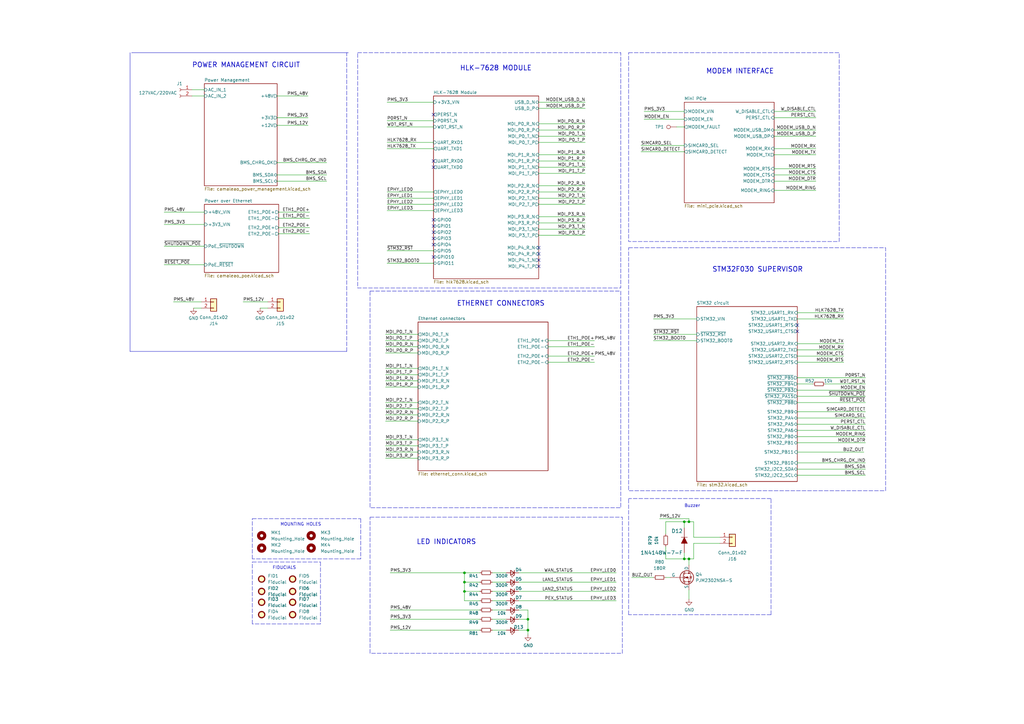
<source format=kicad_sch>
(kicad_sch (version 20230121) (generator eeschema)
  (paper "A3")
  (lib_symbols
    (symbol "Connector:Conn_01x02_Female" (pin_names (offset 1.016) hide)
      (property "Reference" "J" (at 0 2.54 0))
      (property "Value" "Conn_01x02_Female" (at 0 -5.08 0))
      (symbol "Conn_01x02_Female_1_1"
        (arc (start 0 -2.032) (mid -0.5058 -2.54) (end 0 -3.048) (stroke (width 0.1524)))
        (polyline (pts (xy -1.27 -2.54) (xy -0.508 -2.54)) (stroke (width 0.1524)))
        (polyline (pts (xy -1.27 0) (xy -0.508 0)) (stroke (width 0.1524)))
        (arc (start 0 0.508) (mid -0.5058 0) (end 0 -0.508) (stroke (width 0.1524)))
        (pin passive line (at -5.08 0 0) (length 3.81) (name "Pin_1") (number "1"))
        (pin passive line (at -5.08 -2.54 0) (length 3.81) (name "Pin_2") (number "2"))
      )
    )
    (symbol "Connector:TestPoint" (pin_numbers hide) (pin_names (offset 0.762) hide)
      (property "Reference" "TP" (at 0 6.858 0))
      (property "Value" "TestPoint" (at 0 5.08 0))
      (symbol "TestPoint_0_1"
        (circle (center 0 3.302) (radius 0.762))
      )
      (symbol "TestPoint_1_1"
        (pin passive line (at 0 0 90) (length 2.54) (name "1") (number "1"))
      )
    )
    (symbol "Connector_Generic:Conn_01x02" (pin_names (offset 1.016) hide)
      (property "Reference" "J" (at 0 2.54 0))
      (property "Value" "Conn_01x02" (at 0 -5.08 0))
      (symbol "Conn_01x02_1_1"
        (rectangle (start -1.27 -2.413) (end 0 -2.667) (stroke (width 0.1524)))
        (rectangle (start -1.27 0.127) (end 0 -0.127) (stroke (width 0.1524)))
        (rectangle (start -1.27 1.27) (end 1.27 -3.81) (stroke (width 0.254)) (fill (type background)))
        (pin passive line (at -5.08 0 0) (length 3.81) (name "Pin_1") (number "1"))
        (pin passive line (at -5.08 -2.54 0) (length 3.81) (name "Pin_2") (number "2"))
      )
    )
    (symbol "Device:LED_Small" (pin_numbers hide) (pin_names (offset 0.254) hide)
      (property "Reference" "D" (at -1.27 3.175 0))
      (property "Value" "LED_Small" (at -4.445 -2.54 0))
      (symbol "LED_Small_0_1"
        (polyline (pts (xy -0.762 -1.016) (xy -0.762 1.016)) (stroke (width 0.254)))
        (polyline (pts (xy 1.016 0) (xy -0.762 0)))
        (polyline (pts (xy 0.762 -1.016) (xy -0.762 0) (xy 0.762 1.016) (xy 0.762 -1.016)) (stroke (width 0.254)))
        (polyline (pts (xy 0 0.762) (xy -0.508 1.27) (xy -0.254 1.27) (xy -0.508 1.27) (xy -0.508 1.016)))
        (polyline (pts (xy 0.508 1.27) (xy 0 1.778) (xy 0.254 1.778) (xy 0 1.778) (xy 0 1.524)))
      )
      (symbol "LED_Small_1_1"
        (pin passive line (at -2.54 0 0) (length 1.778) (name "K") (number "1"))
        (pin passive line (at 2.54 0 180) (length 1.778) (name "A") (number "2"))
      )
    )
    (symbol "Device:R_Small" (pin_numbers hide) (pin_names (offset 0.254) hide)
      (property "Reference" "R" (at 0.762 0.508 0))
      (property "Value" "R_Small" (at 0.762 -1.016 0))
      (symbol "R_Small_0_1"
        (rectangle (start -0.762 1.778) (end 0.762 -1.778) (stroke (width 0.2032)))
      )
      (symbol "R_Small_1_1"
        (pin passive line (at 0 2.54 270) (length 0.762) (name "~") (number "1"))
        (pin passive line (at 0 -2.54 90) (length 0.762) (name "~") (number "2"))
      )
    )
    (symbol "GND_1" (power) (pin_names (offset 0))
      (property "Value" "GND_1" (at 0 -3.81 0))
      (symbol "GND_1_0_1"
        (polyline (pts (xy 0 0) (xy 0 -1.27) (xy 1.27 -1.27) (xy 0 -2.54) (xy -1.27 -1.27) (xy 0 -1.27)))
      )
      (symbol "GND_1_1_1"
        (pin power_in line (at 0 0 270) (length 0) hide (name "GND") (number "1"))
      )
    )
    (symbol "Mechanical:Fiducial"
      (property "Reference" "FID" (at 0 5.08 0))
      (property "Value" "Fiducial" (at 0 3.175 0))
      (symbol "Fiducial_0_1"
        (circle (center 0 0) (radius 1.27) (stroke (width 0.508)) (fill (type background)))
      )
    )
    (symbol "Simulation_SPICE:NMOS" (pin_numbers hide) (pin_names (offset 0))
      (property "Reference" "Q" (at 5.08 1.27 0))
      (property "Value" "NMOS" (at 5.08 -1.27 0))
      (symbol "NMOS_0_1"
        (polyline (pts (xy 0.254 0) (xy -2.54 0)))
        (polyline (pts (xy 0.254 1.905) (xy 0.254 -1.905)) (stroke (width 0.254)))
        (polyline (pts (xy 0.762 -1.27) (xy 0.762 -2.286)) (stroke (width 0.254)))
        (polyline (pts (xy 0.762 0.508) (xy 0.762 -0.508)) (stroke (width 0.254)))
        (polyline (pts (xy 0.762 2.286) (xy 0.762 1.27)) (stroke (width 0.254)))
        (polyline (pts (xy 2.54 2.54) (xy 2.54 1.778)))
        (polyline (pts (xy 2.54 -2.54) (xy 2.54 0) (xy 0.762 0)))
        (polyline (pts (xy 0.762 -1.778) (xy 3.302 -1.778) (xy 3.302 1.778) (xy 0.762 1.778)))
        (polyline (pts (xy 1.016 0) (xy 2.032 0.381) (xy 2.032 -0.381) (xy 1.016 0)) (fill (type outline)))
        (polyline (pts (xy 2.794 0.508) (xy 2.921 0.381) (xy 3.683 0.381) (xy 3.81 0.254)))
        (polyline (pts (xy 3.302 0.381) (xy 2.921 -0.254) (xy 3.683 -0.254) (xy 3.302 0.381)))
        (circle (center 1.651 0) (radius 2.794) (stroke (width 0.254)))
        (circle (center 2.54 -1.778) (radius 0.254) (fill (type outline)))
        (circle (center 2.54 1.778) (radius 0.254) (fill (type outline)))
      )
      (symbol "NMOS_1_1"
        (pin passive line (at 2.54 5.08 270) (length 2.54) (name "D") (number "1"))
        (pin input line (at -5.08 0 0) (length 2.54) (name "G") (number "2"))
        (pin passive line (at 2.54 -5.08 90) (length 2.54) (name "S") (number "3"))
      )
    )
    (symbol "device:R_Small" (pin_numbers hide) (pin_names (offset 0.254) hide)
      (property "Reference" "R" (at 0.762 0.508 0))
      (property "Value" "R_Small" (at 0.762 -1.016 0))
      (symbol "R_Small_0_1"
        (rectangle (start -0.762 1.778) (end 0.762 -1.778) (stroke (width 0.2032)))
      )
      (symbol "R_Small_1_1"
        (pin passive line (at 0 2.54 270) (length 0.762) (name "~") (number "1"))
        (pin passive line (at 0 -2.54 90) (length 0.762) (name "~") (number "2"))
      )
    )
    (symbol "dk_Diodes-Rectifiers-Single:1N4148W-7-F" (pin_numbers hide) (pin_names (offset 0) hide)
      (property "Reference" "D12" (at 3.81 -0.635 90))
      (property "Value" "1N4148W-7-F" (at -5.08 -0.635 90))
      (symbol "1N4148W-7-F_0_1"
        (polyline (pts (xy 1.27 1.27) (xy 1.27 -1.27)))
        (polyline (pts (xy -1.27 1.27) (xy -1.27 -1.27) (xy 1.27 0) (xy -1.27 1.27)) (fill (type outline)))
      )
      (symbol "1N4148W-7-F_1_1"
        (pin passive line (at 5.08 0 180) (length 3.81) (name "K") (number "1"))
        (pin passive line (at -5.08 0 0) (length 3.81) (name "A") (number "2"))
      )
    )
    (symbol "mechanical:Mounting_Hole" (pin_names (offset 1.016))
      (property "Reference" "MK" (at 0 5.08 0))
      (property "Value" "Mounting_Hole" (at 0 3.175 0))
      (symbol "Mounting_Hole_0_1"
        (circle (center 0 0) (radius 1.27) (stroke (width 1.27)))
      )
    )
    (symbol "power:GND" (power) (pin_names (offset 0))
      (property "Value" "GND" (at 0 -3.81 0))
      (symbol "GND_0_1"
        (polyline (pts (xy 0 0) (xy 0 -1.27) (xy 1.27 -1.27) (xy 0 -2.54) (xy -1.27 -1.27) (xy 0 -1.27)))
      )
      (symbol "GND_1_1"
        (pin power_in line (at 0 0 270) (length 0) hide (name "GND") (number "1"))
      )
    )
  )
  (junction (at 216.535 258.445))
  (junction (at 282.575 213.995) (diameter 0.9144))
  (junction (at 190.5 238.76))
  (junction (at 190.5 234.95))
  (junction (at 282.575 229.235) (diameter 0.9144))
  (junction (at 190.5 242.57))
  (junction (at 216.535 254))
  (junction (at 280.67 229.235) (diameter 0.9144))
  (junction (at 280.67 213.995) (diameter 0.9144))
  (no_connect (at 177.8 97.79))
  (no_connect (at 220.98 109.22))
  (no_connect (at 177.8 105.41))
  (no_connect (at 220.98 104.14))
  (no_connect (at 327.025 133.35))
  (no_connect (at 220.98 106.68))
  (no_connect (at 177.8 100.33))
  (no_connect (at 177.8 46.99))
  (no_connect (at 177.8 66.04))
  (no_connect (at 220.98 101.6))
  (no_connect (at 177.8 68.58))
  (no_connect (at 177.8 95.25))
  (no_connect (at 177.8 90.17))
  (no_connect (at 177.8 92.71))
  (no_connect (at 327.025 135.89))
  (wire (pts (xy 267.97 137.16) (xy 285.75 137.16)))
  (wire (pts (xy 354.965 154.94) (xy 327.025 154.94)))
  (wire (pts (xy 273.05 229.235) (xy 280.67 229.235)))
  (wire (pts (xy 79.375 126.365) (xy 82.55 126.365)))
  (wire (pts (xy 158.75 81.28) (xy 177.8 81.28)))
  (wire (pts (xy 220.98 44.45) (xy 240.03 44.45)))
  (wire (pts (xy 259.08 236.855) (xy 267.97 236.855)))
  (wire (pts (xy 277.495 52.07) (xy 280.67 52.07)))
  (polyline (pts (xy 316.23 252.095) (xy 316.23 204.47)) (stroke (width 0) (type dash)))
  (polyline (pts (xy 53.34 21.59) (xy 53.34 144.145)))
  (wire (pts (xy 67.31 86.995) (xy 83.82 86.995)))
  (wire (pts (xy 158.75 107.95) (xy 177.8 107.95)))
  (polyline (pts (xy 316.23 204.47) (xy 257.81 204.47)) (stroke (width 0) (type dash)))
  (wire (pts (xy 280.67 226.695) (xy 280.67 229.235)))
  (polyline (pts (xy 142.24 144.145) (xy 142.24 21.59)) (stroke (width 0) (type dash)))
  (wire (pts (xy 212.725 258.445) (xy 216.535 258.445)))
  (wire (pts (xy 282.575 241.935) (xy 282.575 245.745)))
  (wire (pts (xy 127 95.885) (xy 114.3 95.885)))
  (wire (pts (xy 212.725 246.38) (xy 252.73 246.38)))
  (wire (pts (xy 158.115 158.75) (xy 171.45 158.75)))
  (wire (pts (xy 158.75 49.53) (xy 177.8 49.53)))
  (wire (pts (xy 71.12 123.825) (xy 82.55 123.825)))
  (polyline (pts (xy 103.505 212.725) (xy 147.955 212.725)) (stroke (width 0) (type dash)))
  (wire (pts (xy 282.575 229.235) (xy 282.575 231.775)))
  (wire (pts (xy 127 89.535) (xy 114.3 89.535)))
  (wire (pts (xy 212.725 238.76) (xy 252.73 238.76)))
  (wire (pts (xy 264.16 45.72) (xy 280.67 45.72)))
  (wire (pts (xy 114.3 93.345) (xy 127 93.345)))
  (wire (pts (xy 158.75 86.36) (xy 177.8 86.36)))
  (wire (pts (xy 264.16 48.895) (xy 280.67 48.895)))
  (wire (pts (xy 158.75 78.74) (xy 177.8 78.74)))
  (wire (pts (xy 224.79 139.7) (xy 243.84 139.7)))
  (wire (pts (xy 220.98 91.44) (xy 240.03 91.44)))
  (polyline (pts (xy 147.955 212.725) (xy 147.955 229.235)) (stroke (width 0) (type dash)))
  (wire (pts (xy 317.5 74.295) (xy 334.645 74.295)))
  (wire (pts (xy 201.93 242.57) (xy 207.645 242.57)))
  (wire (pts (xy 220.98 68.58) (xy 240.03 68.58)))
  (polyline (pts (xy 131.445 230.505) (xy 131.445 255.905)) (stroke (width 0) (type dash)))
  (wire (pts (xy 317.5 45.72) (xy 334.645 45.72)))
  (wire (pts (xy 160.02 250.19) (xy 196.85 250.19)))
  (wire (pts (xy 201.93 246.38) (xy 207.645 246.38)))
  (wire (pts (xy 280.67 213.995) (xy 282.575 213.995)))
  (wire (pts (xy 327.025 148.59) (xy 346.075 148.59)))
  (wire (pts (xy 338.455 157.48) (xy 354.965 157.48)))
  (wire (pts (xy 196.85 246.38) (xy 190.5 246.38)))
  (wire (pts (xy 327.025 146.05) (xy 346.075 146.05)))
  (polyline (pts (xy 147.955 229.235) (xy 103.505 229.235)) (stroke (width 0) (type dash)))
  (wire (pts (xy 220.98 83.82) (xy 240.03 83.82)))
  (wire (pts (xy 317.5 71.755) (xy 334.645 71.755)))
  (wire (pts (xy 158.115 144.78) (xy 171.45 144.78)))
  (wire (pts (xy 158.115 165.1) (xy 171.45 165.1)))
  (wire (pts (xy 160.02 234.95) (xy 190.5 234.95)))
  (wire (pts (xy 273.05 224.155) (xy 273.05 229.235)))
  (wire (pts (xy 113.665 66.675) (xy 133.985 66.675)))
  (wire (pts (xy 113.665 74.295) (xy 133.985 74.295)))
  (wire (pts (xy 158.115 182.88) (xy 171.45 182.88)))
  (wire (pts (xy 212.725 254) (xy 216.535 254)))
  (wire (pts (xy 327.025 143.51) (xy 346.075 143.51)))
  (wire (pts (xy 158.75 83.82) (xy 177.8 83.82)))
  (wire (pts (xy 126.365 51.435) (xy 113.665 51.435)))
  (wire (pts (xy 220.98 81.28) (xy 240.03 81.28)))
  (wire (pts (xy 196.85 242.57) (xy 190.5 242.57)))
  (wire (pts (xy 158.115 167.64) (xy 171.45 167.64)))
  (wire (pts (xy 106.68 126.365) (xy 109.855 126.365)))
  (wire (pts (xy 190.5 238.76) (xy 190.5 242.57)))
  (wire (pts (xy 78.74 39.37) (xy 83.82 39.37)))
  (wire (pts (xy 201.93 234.95) (xy 207.645 234.95)))
  (wire (pts (xy 133.985 71.755) (xy 113.665 71.755)))
  (wire (pts (xy 158.75 102.87) (xy 177.8 102.87)))
  (wire (pts (xy 282.575 212.725) (xy 282.575 213.995)))
  (wire (pts (xy 158.115 151.13) (xy 171.45 151.13)))
  (wire (pts (xy 212.725 234.95) (xy 252.73 234.95)))
  (wire (pts (xy 273.05 236.855) (xy 274.955 236.855)))
  (wire (pts (xy 317.5 69.215) (xy 334.645 69.215)))
  (wire (pts (xy 280.67 229.235) (xy 282.575 229.235)))
  (wire (pts (xy 220.98 96.52) (xy 240.03 96.52)))
  (wire (pts (xy 201.93 258.445) (xy 207.645 258.445)))
  (wire (pts (xy 113.665 39.37) (xy 126.365 39.37)))
  (wire (pts (xy 327.025 179.07) (xy 354.965 179.07)))
  (wire (pts (xy 317.5 78.105) (xy 334.645 78.105)))
  (wire (pts (xy 220.98 71.12) (xy 240.03 71.12)))
  (wire (pts (xy 327.025 140.97) (xy 346.075 140.97)))
  (wire (pts (xy 220.98 66.04) (xy 240.03 66.04)))
  (wire (pts (xy 220.98 50.8) (xy 240.03 50.8)))
  (wire (pts (xy 67.31 92.075) (xy 83.82 92.075)))
  (wire (pts (xy 114.3 86.995) (xy 127 86.995)))
  (wire (pts (xy 212.725 250.19) (xy 216.535 250.19)))
  (polyline (pts (xy 53.34 144.145) (xy 142.24 144.145)))
  (wire (pts (xy 158.75 60.96) (xy 177.8 60.96)))
  (wire (pts (xy 216.535 254) (xy 216.535 250.19)))
  (wire (pts (xy 220.98 63.5) (xy 240.03 63.5)))
  (wire (pts (xy 327.025 194.945) (xy 354.965 194.945)))
  (wire (pts (xy 158.115 142.24) (xy 171.45 142.24)))
  (wire (pts (xy 273.05 219.075) (xy 273.05 213.995)))
  (wire (pts (xy 327.025 160.02) (xy 354.965 160.02)))
  (polyline (pts (xy 142.875 21.59) (xy 53.975 21.59)))
  (wire (pts (xy 327.025 181.61) (xy 354.965 181.61)))
  (wire (pts (xy 327.025 162.56) (xy 354.965 162.56)))
  (wire (pts (xy 220.98 53.34) (xy 240.03 53.34)))
  (wire (pts (xy 158.115 156.21) (xy 171.45 156.21)))
  (polyline (pts (xy 131.445 255.905) (xy 103.505 255.905)) (stroke (width 0) (type dash)))
  (wire (pts (xy 224.79 148.59) (xy 243.84 148.59)))
  (wire (pts (xy 220.98 55.88) (xy 240.03 55.88)))
  (wire (pts (xy 317.5 48.26) (xy 334.645 48.26)))
  (wire (pts (xy 216.535 254) (xy 216.535 258.445)))
  (wire (pts (xy 158.115 137.16) (xy 171.45 137.16)))
  (wire (pts (xy 270.51 212.725) (xy 282.575 212.725)))
  (wire (pts (xy 190.5 238.76) (xy 196.85 238.76)))
  (wire (pts (xy 327.025 128.27) (xy 346.075 128.27)))
  (wire (pts (xy 284.48 222.885) (xy 284.48 229.235)))
  (wire (pts (xy 327.025 192.405) (xy 354.965 192.405)))
  (wire (pts (xy 327.025 185.42) (xy 354.33 185.42)))
  (wire (pts (xy 327.025 171.45) (xy 354.965 171.45)))
  (wire (pts (xy 224.79 146.05) (xy 243.84 146.05)))
  (wire (pts (xy 190.5 242.57) (xy 190.5 246.38)))
  (wire (pts (xy 334.645 53.34) (xy 317.5 53.34)))
  (wire (pts (xy 267.97 130.81) (xy 285.75 130.81)))
  (wire (pts (xy 220.98 78.74) (xy 240.03 78.74)))
  (wire (pts (xy 220.98 76.2) (xy 240.03 76.2)))
  (wire (pts (xy 158.75 58.42) (xy 177.8 58.42)))
  (wire (pts (xy 327.025 189.865) (xy 354.965 189.865)))
  (wire (pts (xy 158.115 185.42) (xy 171.45 185.42)))
  (wire (pts (xy 196.85 258.445) (xy 160.02 258.445)))
  (wire (pts (xy 99.695 123.825) (xy 109.855 123.825)))
  (wire (pts (xy 284.48 220.345) (xy 295.275 220.345)))
  (wire (pts (xy 327.025 157.48) (xy 333.375 157.48)))
  (wire (pts (xy 267.97 139.7) (xy 285.75 139.7)))
  (wire (pts (xy 317.5 63.5) (xy 334.645 63.5)))
  (wire (pts (xy 78.74 36.83) (xy 83.82 36.83)))
  (wire (pts (xy 201.93 250.19) (xy 207.645 250.19)))
  (wire (pts (xy 160.02 254) (xy 196.85 254)))
  (wire (pts (xy 327.025 130.81) (xy 346.075 130.81)))
  (wire (pts (xy 220.98 58.42) (xy 240.03 58.42)))
  (wire (pts (xy 220.98 88.9) (xy 240.03 88.9)))
  (polyline (pts (xy 257.81 252.095) (xy 257.81 204.47)) (stroke (width 0) (type dash)))
  (wire (pts (xy 327.025 173.99) (xy 354.965 173.99)))
  (wire (pts (xy 220.98 41.91) (xy 240.03 41.91)))
  (wire (pts (xy 317.5 60.96) (xy 334.645 60.96)))
  (wire (pts (xy 158.115 170.18) (xy 171.45 170.18)))
  (polyline (pts (xy 103.505 230.505) (xy 131.445 230.505)) (stroke (width 0) (type dash)))
  (wire (pts (xy 158.115 139.7) (xy 171.45 139.7)))
  (wire (pts (xy 177.8 41.91) (xy 158.75 41.91)))
  (wire (pts (xy 220.98 93.98) (xy 240.03 93.98)))
  (wire (pts (xy 327.025 176.53) (xy 354.965 176.53)))
  (wire (pts (xy 282.575 229.235) (xy 284.48 229.235)))
  (wire (pts (xy 190.5 234.95) (xy 196.85 234.95)))
  (polyline (pts (xy 103.505 229.235) (xy 103.505 212.725)) (stroke (width 0) (type dash)))
  (wire (pts (xy 280.67 213.995) (xy 280.67 216.535)))
  (wire (pts (xy 158.115 180.34) (xy 171.45 180.34)))
  (wire (pts (xy 113.665 48.26) (xy 126.365 48.26)))
  (wire (pts (xy 262.89 62.23) (xy 280.67 62.23)))
  (wire (pts (xy 284.48 222.885) (xy 295.275 222.885)))
  (polyline (pts (xy 316.23 252.095) (xy 257.81 252.095)) (stroke (width 0) (type dash)))
  (wire (pts (xy 212.725 242.57) (xy 252.73 242.57)))
  (wire (pts (xy 334.645 55.88) (xy 317.5 55.88)))
  (wire (pts (xy 262.89 59.69) (xy 280.67 59.69)))
  (wire (pts (xy 190.5 234.95) (xy 190.5 238.76)))
  (wire (pts (xy 67.31 108.585) (xy 83.82 108.585)))
  (wire (pts (xy 327.025 168.91) (xy 354.965 168.91)))
  (wire (pts (xy 201.93 238.76) (xy 207.645 238.76)))
  (wire (pts (xy 158.75 52.07) (xy 177.8 52.07)))
  (wire (pts (xy 284.48 213.995) (xy 284.48 220.345)))
  (wire (pts (xy 201.93 254) (xy 207.645 254)))
  (wire (pts (xy 158.115 172.72) (xy 171.45 172.72)))
  (wire (pts (xy 273.05 213.995) (xy 280.67 213.995)))
  (wire (pts (xy 282.575 213.995) (xy 284.48 213.995)))
  (wire (pts (xy 67.31 100.965) (xy 83.82 100.965)))
  (polyline (pts (xy 103.505 255.905) (xy 103.505 230.505)) (stroke (width 0) (type dash)))
  (wire (pts (xy 216.535 258.445) (xy 216.535 260.35)))
  (wire (pts (xy 327.025 165.1) (xy 354.965 165.1)))
  (wire (pts (xy 158.115 187.96) (xy 171.45 187.96)))
  (wire (pts (xy 158.115 153.67) (xy 171.45 153.67)))
  (wire (pts (xy 224.79 142.24) (xy 243.84 142.24)))
  (rectangle (start 257.81 101.6) (end 363.22 201.295) (stroke (width 0) (type dash)))
  (rectangle (start 151.765 119.38) (end 254.635 208.28) (stroke (width 0) (type dash)))
  (rectangle (start 257.81 21.59) (end 344.17 99.06) (stroke (width 0) (type dash)))
  (rectangle (start 146.685 21.59) (end 254.635 118.11) (stroke (width 0) (type dash)))
  (rectangle (start 151.765 212.09) (end 255.27 267.97) (stroke (width 0) (type dash)))
  (text "FIDUCIALS\n" (at 111.76 233.68 0) (effects (font (size 1.27 1.27)) (justify left bottom)))
  (text "MOUNTING HOLES\n" (at 114.935 215.9 0) (effects (font (size 1.27 1.27)) (justify left bottom)))
  (text "LED INDICATORS" (at 170.815 223.52 0) (effects (font (size 2 2) (thickness 0.254) bold) (justify left bottom)))
  (text "ETHERNET CONNECTORS" (at 187.325 125.73 0) (effects (font (size 2 2) (thickness 0.254) bold) (justify left bottom)))
  (text "MODEM INTERFACE" (at 289.56 30.48 0) (effects (font (size 2 2) (thickness 0.254) bold) (justify left bottom)))
  (text "Buzzer" (at 280.67 208.28 0) (effects (font (size 1.27 1.27)) (justify left bottom)))
  (text "POWER MANAGEMENT CIRCUIT" (at 78.74 27.94 0) (effects (font (size 2 2) (thickness 0.254) bold) (justify left bottom)))
  (text "HLK-7628 MODULE" (at 188.595 29.21 0) (effects (font (size 2 2) (thickness 0.254) bold) (justify left bottom)))
  (text "STM32F030 SUPERVISOR" (at 292.1 111.76 0) (effects (font (size 2 2) (thickness 0.254) bold) (justify left bottom)))
  (label "PMS_48V" (at 243.84 139.7 0))
  (label "MDI_P1_R_P" (at 158.115 158.75 0))
  (label "MDI_P0_R_P" (at 240.03 53.34 180))
  (label "MODEM_TX" (at 346.075 140.97 180))
  (label "MODEM_USB_D_N" (at 240.03 41.91 180))
  (label "MDI_P3_T_P" (at 240.03 96.52 180))
  (label "PEX_STATUS" (at 234.95 246.38 180))
  (label "MDI_P3_T_N" (at 240.03 93.98 180))
  (label "MDI_P3_T_N" (at 158.115 180.34 0))
  (label "HLK7628_RX" (at 158.75 58.42 0))
  (label "EPHY_LED2" (at 158.75 83.82 0))
  (label "MDI_P1_R_N" (at 240.03 63.5 180))
  (label "PMS_48V" (at 160.02 250.19 0))
  (label "P0RST_N" (at 158.75 49.53 0))
  (label "MODEM_CTS" (at 334.645 71.755 180))
  (label "WDT_RST_N" (at 354.965 157.48 180))
  (label "~{SHUTDOWN_POE}" (at 67.31 100.965 0))
  (label "MDI_P1_T_N" (at 240.03 68.58 180))
  (label "MDI_P0_T_N" (at 240.03 55.88 180))
  (label "MDI_P3_T_P" (at 158.115 182.88 0))
  (label "BMS_SCL" (at 354.965 194.945 180))
  (label "PERST_CTL" (at 334.645 48.26 180))
  (label "MDI_P0_T_P" (at 158.115 139.7 0))
  (label "EPHY_LED1" (at 158.75 81.28 0))
  (label "MDI_P2_T_N" (at 158.115 165.1 0))
  (label "ETH2_POE-" (at 243.84 148.59 180))
  (label "MDI_P1_R_N" (at 158.115 156.21 0))
  (label "MODEM_EN" (at 264.16 48.895 0))
  (label "ETH1_POE+" (at 127 86.995 180))
  (label "PERST_CTL" (at 354.965 173.99 180))
  (label "MODEM_RING" (at 334.645 78.105 180))
  (label "ETH1_POE-" (at 243.84 142.24 180))
  (label "PMS_48V" (at 126.365 39.37 180))
  (label "BMS_CHRG_OK_IND" (at 133.985 66.675 180))
  (label "MODEM_EN" (at 354.965 160.02 180))
  (label "PMS_3V3" (at 67.31 92.075 0))
  (label "PMS_3V3" (at 126.365 48.26 180))
  (label "MDI_P1_R_P" (at 240.03 66.04 180))
  (label "MDI_P2_T_P" (at 240.03 83.82 180))
  (label "PMS_12V" (at 270.51 212.725 0))
  (label "~{RESET_POE}" (at 354.965 165.1 180))
  (label "~{STM32_RST}" (at 267.97 137.16 0))
  (label "W_DISABLE_CTL" (at 334.645 45.72 180))
  (label "ETH1_POE-" (at 127 89.535 180))
  (label "LAN2_STATUS" (at 234.95 242.57 180))
  (label "MODEM_RX" (at 346.075 143.51 180))
  (label "MDI_P1_T_P" (at 240.03 71.12 180))
  (label "BMS_SDA" (at 133.985 71.755 180))
  (label "STM32_BOOT0" (at 158.75 107.95 0))
  (label "~{RESET_POE}" (at 67.31 108.585 0))
  (label "SIMCARD_SEL" (at 262.89 59.69 0))
  (label "MODEM_RX" (at 334.645 60.96 180))
  (label "EPHY_LED0" (at 158.75 78.74 0))
  (label "MODEM_USB_D_N" (at 334.645 53.34 180))
  (label "MDI_P2_R_P" (at 158.115 172.72 0))
  (label "MDI_P2_R_P" (at 240.03 78.74 180))
  (label "MDI_P3_R_N" (at 158.115 185.42 0))
  (label "MDI_P2_R_N" (at 240.03 76.2 180))
  (label "EPHY_LED3" (at 158.75 86.36 0))
  (label "~{STM32_RST}" (at 158.75 102.87 0))
  (label "PMS_12V" (at 160.02 258.445 0))
  (label "ETH2_POE+" (at 243.84 146.05 180))
  (label "PMS_3V3" (at 267.97 130.81 0))
  (label "W_DISABLE_CTL" (at 354.965 176.53 180))
  (label "ETH1_POE+" (at 243.84 139.7 180))
  (label "MDI_P3_R_N" (at 240.03 88.9 180))
  (label "MODEM_USB_D_P" (at 334.645 55.88 180))
  (label "PMS_12V" (at 126.365 51.435 180))
  (label "EPHY_LED0" (at 252.73 234.95 180))
  (label "PMS_3V3" (at 158.75 41.91 0))
  (label "BMS_SDA" (at 354.965 192.405 180))
  (label "PMS_3V3" (at 160.02 234.95 0))
  (label "MODEM_RING" (at 354.965 179.07 180))
  (label "MODEM_USB_D_P" (at 240.03 44.45 180))
  (label "WDT_RST_N" (at 158.75 52.07 0))
  (label "MDI_P2_T_N" (at 240.03 81.28 180))
  (label "MDI_P2_T_P" (at 158.115 167.64 0))
  (label "EPHY_LED3" (at 252.73 246.38 180))
  (label "MDI_P1_T_P" (at 158.115 153.67 0))
  (label "LAN1_STATUS" (at 234.95 238.76 180))
  (label "MDI_P2_R_N" (at 158.115 170.18 0))
  (label "PMS_48V" (at 71.12 123.825 0))
  (label "MODEM_DTR" (at 334.645 74.295 180))
  (label "MDI_P0_T_N" (at 158.115 137.16 0))
  (label "MDI_P0_R_N" (at 158.115 142.24 0))
  (label "MDI_P0_R_P" (at 158.115 144.78 0))
  (label "EPHY_LED2" (at 252.73 242.57 180))
  (label "SIMCARD_SEL" (at 354.965 171.45 180))
  (label "BUZ_OUT" (at 354.33 185.42 180))
  (label "~{SHUTDOWN_POE}" (at 354.965 162.56 180))
  (label "MODEM_TX" (at 334.645 63.5 180))
  (label "ETH2_POE-" (at 127 95.885 180))
  (label "MODEM_RTS" (at 346.075 148.59 180))
  (label "MDI_P3_R_P" (at 240.03 91.44 180))
  (label "MDI_P0_R_N" (at 240.03 50.8 180))
  (label "MODEM_DTR" (at 354.965 181.61 180))
  (label "WAN_STATUS" (at 234.95 234.95 180))
  (label "HLK7628_TX" (at 158.75 60.96 0))
  (label "HLK7628_TX" (at 346.075 128.27 180))
  (label "SIMCARD_DETECT" (at 262.89 62.23 0))
  (label "P0RST_N" (at 354.965 154.94 180))
  (label "MDI_P0_T_P" (at 240.03 58.42 180))
  (label "EPHY_LED1" (at 252.73 238.76 180))
  (label "PMS_48V" (at 67.31 86.995 0))
  (label "PMS_12V" (at 99.695 123.825 0))
  (label "HLK7628_RX" (at 346.075 130.81 180))
  (label "BUZ_OUT" (at 259.08 236.855 0))
  (label "MDI_P3_R_P" (at 158.115 187.96 0))
  (label "BMS_SCL" (at 133.985 74.295 180))
  (label "PMS_3V3" (at 264.16 45.72 0))
  (label "STM32_BOOT0" (at 267.97 139.7 0))
  (label "PMS_48V" (at 243.84 146.05 0))
  (label "MDI_P1_T_N" (at 158.115 151.13 0))
  (label "BMS_CHRG_OK_IND" (at 354.965 189.865 180))
  (label "ETH2_POE+" (at 127 93.345 180))
  (label "MODEM_RTS" (at 334.645 69.215 180))
  (label "PMS_3V3" (at 160.02 254 0))
  (label "MODEM_CTS" (at 346.075 146.05 180))
  (label "SIMCARD_DETECT" (at 354.965 168.91 180))
  (symbol (lib_id "Connector_Generic:Conn_01x02") (at 300.355 220.345 0) (unit 1)
    (property "Reference" "J16" (at 300.355 229.235 0))
    (property "Value" "Conn_01x02" (at 300.355 226.695 0))
    (property "Footprint" "Connector:KF235-5.0-2P" (effects hide))
  )
  (symbol (lib_id "Connector_Generic:Conn_01x02") (at 87.63 123.825 0) (unit 1)
    (property "Reference" "J14" (at 87.63 132.715 0))
    (property "Value" "Conn_01x02" (at 87.63 130.175 0))
    (property "Footprint" "Connector:MX15EDGR-3.81-GN01-02P" (effects hide))
    (property "LCSC Part" "C5188157" (effects hide))
  )
  (symbol (lib_id "Mechanical:Fiducial") (at 120.015 247.015 0) (unit 1)
    (property "Reference" "FID7" (at 122.555 245.7449 0) (effects (justify left)))
    (property "Value" "Fiducial" (at 122.555 248.2849 0) (effects (justify left)))
    (property "Footprint" "Fiducial:Fiducial_1mm_Mask2mm" (effects hide))
  )
  (symbol (lib_id "Device:LED_Small") (at 210.185 258.445 180) (unit 1)
    (property "Reference" "D13" (at 212.725 257.175 0))
    (property "Value" "LED_Small" (effects hide))
    (property "Footprint" "LED_SMD:LED_0805_2012Metric" (effects hide))
  )
  (symbol (lib_id "Device:LED_Small") (at 210.185 238.76 180) (unit 1)
    (property "Reference" "D5" (at 212.725 237.49 0))
    (property "Value" "LED_Small" (effects hide))
    (property "Footprint" "LED_SMD:LED_0805_2012Metric" (effects hide))
  )
  (symbol (lib_id "Device:LED_Small") (at 210.185 242.57 180) (unit 1)
    (property "Reference" "D6" (at 212.725 241.3 0))
    (property "Value" "LED_Small" (effects hide))
    (property "Footprint" "LED_SMD:LED_0805_2012Metric" (effects hide))
  )
  (symbol (lib_id "mechanical:Mounting_Hole") (at 127.635 224.79 0) (unit 1)
    (property "Reference" "MK4" (at 131.445 223.5199 0) (effects (justify left)))
    (property "Value" "Mounting_Hole" (at 131.445 226.0599 0) (effects (justify left)))
    (property "Footprint" "MountingHole:MountingHole_4.3mm_M4" (effects hide))
  )
  (symbol (lib_id "Connector:Conn_01x02_Female") (at 73.66 36.83 0) (mirror y) (unit 1)
    (property "Reference" "J1" (at 73.66 34.29 0))
    (property "Value" "127VAC/220VAC" (at 64.77 38.1 0))
    (property "Footprint" "Gabriel:WJ2EDGRC-5.08-2P" (effects hide))
    (property "Datasheet" "https://datasheet.lcsc.com/lcsc/1912251631_Ningbo-Kangnex-Elec-WJ2EDGRC-5-08-2P_C3697.pdf" (effects hide))
    (property "LCSC Part" "C3697" (effects hide))
  )
  (symbol (lib_id "Simulation_SPICE:NMOS") (at 280.035 236.855 0) (unit 1)
    (property "Reference" "Q4" (at 285.242 235.6429 0) (effects (justify left)))
    (property "Value" "PJM2302NSA-S" (at 285.242 238.0671 0) (effects (justify left)))
    (property "Footprint" "Package_TO_SOT_SMD:SOT-23" (effects hide))
    (property "Datasheet" "https://ngspice.sourceforge.io/docs/ngspice-manual.pdf" (effects hide))
    (property "Sim.Device" "NMOS" (effects hide))
    (property "Sim.Type" "VDMOS" (effects hide))
    (property "Sim.Pins" "1=D 2=G 3=S" (effects hide))
    (property "LCSC Part" "C411710" (effects hide))
  )
  (symbol (lib_id "Device:LED_Small") (at 210.185 250.19 180) (unit 1)
    (property "Reference" "D8" (at 212.725 248.92 0))
    (property "Value" "LED_Small" (effects hide))
    (property "Footprint" "LED_SMD:LED_0805_2012Metric" (effects hide))
  )
  (symbol (lib_name "GND_1") (lib_id "power:GND") (at 106.68 126.365 0) (mirror y) (unit 1)
    (property "Reference" "#PWR076" (effects hide))
    (property "Value" "GND" (at 106.68 130.4981 0))
  )
  (symbol (lib_id "Mechanical:Fiducial") (at 107.315 237.49 0) (unit 1)
    (property "Reference" "FID1" (at 109.855 236.2199 0) (effects (justify left)))
    (property "Value" "Fiducial" (at 109.855 238.7599 0) (effects (justify left)))
    (property "Footprint" "Fiducial:Fiducial_1mm_Mask2mm" (effects hide))
  )
  (symbol (lib_id "device:R_Small") (at 270.51 236.855 90) (unit 1)
    (property "Reference" "R80" (at 270.51 230.505 90))
    (property "Value" "180R" (at 270.51 233.045 90))
    (property "Footprint" "Resistor_SMD:R_0402_1005Metric" (effects hide))
  )
  (symbol (lib_id "Device:R_Small") (at 199.39 234.95 90) (unit 1)
    (property "Reference" "R41" (at 194.31 236.22 90))
    (property "Value" "300R" (at 205.74 236.22 90))
    (property "Footprint" "Resistor_SMD:R_0402_1005Metric" (effects hide))
  )
  (symbol (lib_id "Mechanical:Fiducial") (at 120.015 237.49 0) (unit 1)
    (property "Reference" "FID5" (at 122.555 236.2199 0) (effects (justify left)))
    (property "Value" "Fiducial" (at 122.555 238.7599 0) (effects (justify left)))
    (property "Footprint" "Fiducial:Fiducial_1mm_Mask2mm" (effects hide))
  )
  (symbol (lib_name "GND_1") (lib_id "power:GND") (at 79.375 126.365 0) (mirror y) (unit 1)
    (property "Reference" "#PWR075" (effects hide))
    (property "Value" "GND" (at 79.375 130.4981 0))
  )
  (symbol (lib_id "Device:R_Small") (at 199.39 246.38 90) (unit 1)
    (property "Reference" "R45" (at 194.31 247.65 90))
    (property "Value" "300R" (at 205.74 247.65 90))
    (property "Footprint" "Resistor_SMD:R_0402_1005Metric" (effects hide))
  )
  (symbol (lib_id "Mechanical:Fiducial") (at 107.315 252.095 0) (unit 1)
    (property "Reference" "FID4" (at 109.855 250.8249 0) (effects (justify left)))
    (property "Value" "Fiducial" (at 109.855 253.3649 0) (effects (justify left)))
    (property "Footprint" "Fiducial:Fiducial_1mm_Mask2mm" (effects hide))
  )
  (symbol (lib_id "Device:LED_Small") (at 210.185 234.95 180) (unit 1)
    (property "Reference" "D4" (at 212.725 233.68 0))
    (property "Value" "LED_Small" (effects hide))
    (property "Footprint" "LED_SMD:LED_0805_2012Metric" (effects hide))
  )
  (symbol (lib_id "Device:R_Small") (at 199.39 254 90) (unit 1)
    (property "Reference" "R49" (at 194.31 255.27 90))
    (property "Value" "300R" (at 205.74 255.27 90))
    (property "Footprint" "Resistor_SMD:R_0402_1005Metric" (effects hide))
  )
  (symbol (lib_id "mechanical:Mounting_Hole") (at 127.635 219.71 0) (unit 1)
    (property "Reference" "MK3" (at 131.445 218.4399 0) (effects (justify left)))
    (property "Value" "Mounting_Hole" (at 131.445 220.9799 0) (effects (justify left)))
    (property "Footprint" "MountingHole:MountingHole_4.3mm_M4" (effects hide))
  )
  (symbol (lib_id "Device:R_Small") (at 199.39 250.19 90) (unit 1)
    (property "Reference" "R48" (at 194.31 251.46 90))
    (property "Value" "10k" (at 205.74 251.46 90))
    (property "Footprint" "Resistor_SMD:R_0402_1005Metric" (effects hide))
  )
  (symbol (lib_id "Device:R_Small") (at 199.39 238.76 90) (unit 1)
    (property "Reference" "R42" (at 194.31 240.03 90))
    (property "Value" "300R" (at 205.74 240.03 90))
    (property "Footprint" "Resistor_SMD:R_0402_1005Metric" (effects hide))
  )
  (symbol (lib_id "Device:LED_Small") (at 210.185 246.38 180) (unit 1)
    (property "Reference" "D7" (at 212.725 245.11 0))
    (property "Value" "LED_Small" (effects hide))
    (property "Footprint" "LED_SMD:LED_0805_2012Metric" (effects hide))
  )
  (symbol (lib_id "dk_Diodes-Rectifiers-Single:1N4148W-7-F") (at 280.67 221.615 270) (mirror x) (unit 1)
    (property "Reference" "D12" (at 280.035 217.805 90) (effects (font (size 1.524 1.524)) (justify right)))
    (property "Value" "1N4148W-7-F" (at 280.035 226.695 90) (effects (font (size 1.524 1.524)) (justify right)))
    (property "Footprint" "Diode_SMD:D_SOD-123" (effects hide))
    (property "Datasheet" "https://www.diodes.com/assets/Datasheets/ds30086.pdf" (effects hide))
    (property "Digi-Key_PN" "1N4148W-FDICT-ND" (effects hide))
    (property "Mfr. Part #" "1N4148W-7-F" (effects hide))
    (property "Category" "Discrete Semiconductor Products" (effects hide))
    (property "Family" "Diodes - Rectifiers - Single" (effects hide))
    (property "DK_Datasheet_Link" "https://www.diodes.com/assets/Datasheets/ds30086.pdf" (effects hide))
    (property "DK_Detail_Page" "/product-detail/en/diodes-incorporated/1N4148W-7-F/1N4148W-FDICT-ND/815280" (effects hide))
    (property "Description" "DIODE GEN PURP 100V 300MA SOD123" (effects hide))
    (property "Manufacturer" "Diodes Incorporated" (effects hide))
    (property "Status" "Active" (effects hide))
  )
  (symbol (lib_id "Device:R_Small") (at 199.39 242.57 90) (unit 1)
    (property "Reference" "R44" (at 194.31 243.84 90))
    (property "Value" "300R" (at 205.74 243.84 90))
    (property "Footprint" "Resistor_SMD:R_0402_1005Metric" (effects hide))
  )
  (symbol (lib_id "Mechanical:Fiducial") (at 120.015 252.095 0) (unit 1)
    (property "Reference" "FID8" (at 122.555 250.8249 0) (effects (justify left)))
    (property "Value" "Fiducial" (at 122.555 253.3649 0) (effects (justify left)))
    (property "Footprint" "Fiducial:Fiducial_1mm_Mask2mm" (effects hide))
  )
  (symbol (lib_id "power:GND") (at 216.535 260.35 0) (unit 1)
    (property "Reference" "#PWR055" (effects hide))
    (property "Value" "GND" (at 216.662 264.7442 0))
  )
  (symbol (lib_id "device:R_Small") (at 273.05 221.615 180) (unit 1)
    (property "Reference" "R79" (at 266.7 221.615 90))
    (property "Value" "10k" (at 269.24 221.615 90))
    (property "Footprint" "Resistor_SMD:R_0402_1005Metric" (effects hide))
  )
  (symbol (lib_id "mechanical:Mounting_Hole") (at 107.315 224.79 0) (unit 1)
    (property "Reference" "MK2" (at 111.125 223.5199 0) (effects (justify left)))
    (property "Value" "Mounting_Hole" (at 111.125 226.0599 0) (effects (justify left)))
    (property "Footprint" "MountingHole:MountingHole_4.3mm_M4" (effects hide))
  )
  (symbol (lib_id "Mechanical:Fiducial") (at 107.315 247.015 0) (unit 1)
    (property "Reference" "FID3" (at 109.855 245.7449 0) (effects (justify left)))
    (property "Value" "Fiducial" (at 109.855 248.2849 0) (effects (justify left)))
    (property "Footprint" "Fiducial:Fiducial_1mm_Mask2mm" (effects hide))
  )
  (symbol (lib_id "Mechanical:Fiducial") (at 120.015 242.57 0) (unit 1)
    (property "Reference" "FID6" (at 122.555 241.2999 0) (effects (justify left)))
    (property "Value" "Fiducial" (at 122.555 243.8399 0) (effects (justify left)))
    (property "Footprint" "Fiducial:Fiducial_1mm_Mask2mm" (effects hide))
  )
  (symbol (lib_id "Connector:TestPoint") (at 277.495 52.07 90) (unit 1)
    (property "Reference" "TP1" (at 268.6686 52.07 90) (effects (justify right)))
    (property "Value" "TestPoint" (effects hide))
    (property "Footprint" "TestPoint:TestPoint_Pad_D1.0mm" (effects hide))
  )
  (symbol (lib_id "Mechanical:Fiducial") (at 107.315 242.57 0) (unit 1)
    (property "Reference" "FID2" (at 109.855 241.2999 0) (effects (justify left)))
    (property "Value" "Fiducial" (at 109.855 243.8399 0) (effects (justify left)))
    (property "Footprint" "Fiducial:Fiducial_1mm_Mask2mm" (effects hide))
  )
  (symbol (lib_id "Device:LED_Small") (at 210.185 254 180) (unit 1)
    (property "Reference" "D9" (at 212.725 252.73 0))
    (property "Value" "LED_Small" (effects hide))
    (property "Footprint" "LED_SMD:LED_0805_2012Metric" (effects hide))
  )
  (symbol (lib_id "Device:R_Small") (at 335.915 157.48 270) (unit 1)
    (property "Reference" "R52" (at 332.105 156.21 90))
    (property "Value" "10k" (at 339.725 156.21 90))
    (property "Footprint" "Resistor_SMD:R_0402_1005Metric" (effects hide))
  )
  (symbol (lib_id "Device:R_Small") (at 199.39 258.445 90) (unit 1)
    (property "Reference" "R81" (at 194.31 259.715 90))
    (property "Value" "10k" (at 205.74 259.715 90))
    (property "Footprint" "Resistor_SMD:R_0402_1005Metric" (effects hide))
  )
  (symbol (lib_id "power:GND") (at 282.575 245.745 0) (unit 1)
    (property "Reference" "#PWR074" (effects hide))
    (property "Value" "GND" (at 282.702 250.1392 0))
  )
  (symbol (lib_id "mechanical:Mounting_Hole") (at 107.315 219.71 0) (unit 1)
    (property "Reference" "MK1" (at 111.125 218.4399 0) (effects (justify left)))
    (property "Value" "Mounting_Hole" (at 111.125 220.9799 0) (effects (justify left)))
    (property "Footprint" "MountingHole:MountingHole_4.3mm_M4" (effects hide))
  )
  (symbol (lib_id "Connector_Generic:Conn_01x02") (at 114.935 123.825 0) (unit 1)
    (property "Reference" "J15" (at 114.935 132.715 0))
    (property "Value" "Conn_01x02" (at 114.935 130.175 0))
    (property "Footprint" "Connector:MX15EDGR-3.81-GN01-02P" (effects hide))
    (property "LCSC Part" "C5188157" (effects hide))
  )
  (sheet (at 171.45 132.08) (size 53.34 60.96) (stroke (width 0.1524))
    (property "Sheetname" "Ethernet connectors" (at 171.45 131.3684 0) (effects (justify left bottom)))
    (property "Sheetfile" "ethernet_conn.kicad_sch" (at 171.45 193.6246 0) (effects (justify left top)))
    (pin "MDI_P0_T_N" output (at 171.45 137.16 180))
    (pin "MDI_P0_T_P" output (at 171.45 139.7 180))
    (pin "MDI_P0_R_N" input (at 171.45 142.24 180))
    (pin "MDI_P0_R_P" input (at 171.45 144.78 180))
    (pin "MDI_P1_R_P" input (at 171.45 158.75 180))
    (pin "MDI_P1_T_N" output (at 171.45 151.13 180))
    (pin "MDI_P1_R_N" input (at 171.45 156.21 180))
    (pin "MDI_P1_T_P" output (at 171.45 153.67 180))
    (pin "ETH1_POE-" input (at 224.79 142.24 0))
    (pin "ETH2_POE-" input (at 224.79 148.59 0))
    (pin "MDI_P2_R_P" input (at 171.45 172.72 180))
    (pin "MDI_P2_T_N" output (at 171.45 165.1 180))
    (pin "MDI_P2_R_N" input (at 171.45 170.18 180))
    (pin "MDI_P2_T_P" output (at 171.45 167.64 180))
    (pin "MDI_P3_T_P" output (at 171.45 182.88 180))
    (pin "MDI_P3_T_N" output (at 171.45 180.34 180))
    (pin "MDI_P3_R_P" input (at 171.45 187.96 180))
    (pin "MDI_P3_R_N" input (at 171.45 185.42 180))
    (pin "ETH1_POE+" input (at 224.79 139.7 0))
    (pin "ETH2_POE+" input (at 224.79 146.05 0))
  )
  (sheet (at 177.8 39.37) (size 43.18 74.93) (stroke (width 0.1524))
    (property "Sheetname" "HLK-7628 Module" (at 177.8 38.6584 0) (effects (justify left bottom)))
    (property "Sheetfile" "hlk7628.kicad_sch" (at 177.8 114.8846 0) (effects (justify left top)))
    (pin "+3V3_VIN" input (at 177.8 41.91 180))
    (pin "UART_TXD1" output (at 177.8 60.96 180))
    (pin "EPHY_LED1" output (at 177.8 81.28 180))
    (pin "P0RST_N" input (at 177.8 49.53 180))
    (pin "EPHY_LED0" output (at 177.8 78.74 180))
    (pin "UART_RXD1" input (at 177.8 58.42 180))
    (pin "EPHY_LED3" output (at 177.8 86.36 180))
    (pin "EPHY_LED2" output (at 177.8 83.82 180))
    (pin "UART_RXD0" output (at 177.8 66.04 180))
    (pin "GPIO11" bidirectional (at 177.8 107.95 180))
    (pin "UART_TXD0" output (at 177.8 68.58 180))
    (pin "MDI_P3_R_P" input (at 220.98 91.44 0))
    (pin "MDI_P3_R_N" input (at 220.98 88.9 0))
    (pin "MDI_P3_T_N" output (at 220.98 93.98 0))
    (pin "USB_D_N" bidirectional (at 220.98 41.91 0))
    (pin "USB_D_P" bidirectional (at 220.98 44.45 0))
    (pin "MDI_P2_T_P" output (at 220.98 83.82 0))
    (pin "MDI_P2_R_P" input (at 220.98 78.74 0))
    (pin "MDI_P2_T_N" output (at 220.98 81.28 0))
    (pin "MDI_P2_R_N" input (at 220.98 76.2 0))
    (pin "MDI_P3_T_P" output (at 220.98 96.52 0))
    (pin "MDI_P0_T_P" output (at 220.98 58.42 0))
    (pin "MDI_P1_T_N" output (at 220.98 68.58 0))
    (pin "MDI_P1_T_P" output (at 220.98 71.12 0))
    (pin "MDI_P0_R_N" input (at 220.98 50.8 0))
    (pin "MDI_P1_R_P" input (at 220.98 66.04 0))
    (pin "MDI_P0_T_N" output (at 220.98 55.88 0))
    (pin "MDI_P1_R_N" input (at 220.98 63.5 0))
    (pin "MDI_P0_R_P" input (at 220.98 53.34 0))
    (pin "WDT_RST_N" input (at 177.8 52.07 180))
    (pin "GPIO5" bidirectional (at 177.8 102.87 180))
    (pin "GPIO4" bidirectional (at 177.8 100.33 180))
    (pin "GPIO10" bidirectional (at 177.8 105.41 180))
    (pin "GPIO1" bidirectional (at 177.8 92.71 180))
    (pin "GPIO2" bidirectional (at 177.8 95.25 180))
    (pin "GPIO0" bidirectional (at 177.8 90.17 180))
    (pin "GPIO3" bidirectional (at 177.8 97.79 180))
    (pin "PERST_N" output (at 177.8 46.99 180))
    (pin "MDI_P4_T_P" output (at 220.98 109.22 0))
    (pin "MDI_P4_T_N" output (at 220.98 106.68 0))
    (pin "MDI_P4_R_N" input (at 220.98 101.6 0))
    (pin "MDI_P4_R_P" input (at 220.98 104.14 0))
  )
  (sheet (at 83.82 34.29) (size 29.845 41.91) (stroke (width 0.1524))
    (property "Sheetname" "Power Management" (at 83.82 33.5784 0) (effects (justify left bottom)))
    (property "Sheetfile" "camaleao_power_management.kicad_sch" (at 83.82 76.7846 0) (effects (justify left top)))
    (pin "+3V3" output (at 113.665 48.26 0))
    (pin "+48V" output (at 113.665 39.37 0))
    (pin "AC_IN_2" input (at 83.82 39.37 180))
    (pin "AC_IN_1" input (at 83.82 36.83 180))
    (pin "BMS_SDA" bidirectional (at 113.665 71.755 0))
    (pin "BMS_SCL" bidirectional (at 113.665 74.295 0))
    (pin "BMS_CHRG_OK" output (at 113.665 66.675 0))
    (pin "+12V" output (at 113.665 51.435 0))
  )
  (sheet (at 285.75 125.73) (size 41.275 71.755) (stroke (width 0.1524))
    (property "Sheetname" "STM32 circuit" (at 285.75 125.0184 0) (effects (justify left bottom)))
    (property "Sheetfile" "stm32.kicad_sch" (at 285.75 198.0696 0) (effects (justify left top)))
    (pin "STM32_BOOT0" input (at 285.75 139.7 180))
    (pin "STM32_USART1_CTS" output (at 327.025 135.89 0))
    (pin "STM32_USART2_TX" output (at 327.025 143.51 0))
    (pin "STM32_USART2_RX" input (at 327.025 140.97 0))
    (pin "STM32_USART1_RTS" input (at 327.025 133.35 0))
    (pin "STM32_USART1_TX" output (at 327.025 130.81 0))
    (pin "STM32_USART1_RX" input (at 327.025 128.27 0))
    (pin "STM32_VIN" input (at 285.75 130.81 180))
    (pin "~{STM32_PB5}" output (at 327.025 154.94 0))
    (pin "~{STM32_PB4}" output (at 327.025 157.48 0))
    (pin "~{STM32_PB3}" output (at 327.025 160.02 0))
    (pin "~{STM32_PA15}" output (at 327.025 162.56 0))
    (pin "~{STM32_PB8}" output (at 327.025 165.1 0))
    (pin "STM32_PB9" bidirectional (at 327.025 168.91 0))
    (pin "STM32_PA4" bidirectional (at 327.025 171.45 0))
    (pin "STM32_PA5" bidirectional (at 327.025 173.99 0))
    (pin "STM32_PA6" bidirectional (at 327.025 176.53 0))
    (pin "STM32_PB0" bidirectional (at 327.025 179.07 0))
    (pin "STM32_PB1" bidirectional (at 327.025 181.61 0))
    (pin "STM32_USART2_RTS" input (at 327.025 148.59 0))
    (pin "STM32_USART2_CTS" output (at 327.025 146.05 0))
    (pin "~{STM32_RST}" input (at 285.75 137.16 180))
    (pin "STM32_PB10" input (at 327.025 189.865 0))
    (pin "STM32_PB11" input (at 327.025 185.42 0))
    (pin "STM32_I2C2_SDA" bidirectional (at 327.025 192.405 0))
    (pin "STM32_I2C2_SCL" bidirectional (at 327.025 194.945 0))
  )
  (sheet (at 280.67 41.91) (size 36.83 41.275) (stroke (width 0.1524))
    (property "Sheetname" "Mini PCIe" (at 280.67 41.1984 0) (effects (justify left bottom)))
    (property "Sheetfile" "mini_pcie.kicad_sch" (at 280.67 83.7696 0) (effects (justify left top)))
    (pin "W_DISABLE_CTL" input (at 317.5 45.72 0))
    (pin "PERST_CTL" input (at 317.5 48.26 0))
    (pin "MODEM_VIN" input (at 280.67 45.72 180))
    (pin "MODEM_RING" input (at 317.5 78.105 0))
    (pin "MODEM_RX" input (at 317.5 60.96 0))
    (pin "MODEM_CTS" input (at 317.5 71.755 0))
    (pin "MODEM_RTS" input (at 317.5 69.215 0))
    (pin "MODEM_DTR" input (at 317.5 74.295 0))
    (pin "MODEM_TX" output (at 317.5 63.5 0))
    (pin "MODEM_EN" input (at 280.67 48.895 180))
    (pin "MODEM_FAULT" output (at 280.67 52.07 180))
    (pin "SIMCARD_SEL" input (at 280.67 59.69 180))
    (pin "SIMCARD_DETECT" output (at 280.67 62.23 180))
    (pin "MODEM_USB_DM" bidirectional (at 317.5 53.34 0))
    (pin "MODEM_USB_DP" bidirectional (at 317.5 55.88 0))
  )
  (sheet (at 83.82 83.82) (size 30.48 27.94) (stroke (width 0.1524))
    (property "Sheetname" "Power over Ethernet" (at 83.82 83.1084 0) (effects (justify left bottom)))
    (property "Sheetfile" "camaleao_poe.kicad_sch" (at 83.82 112.3446 0) (effects (justify left top)))
    (pin "+3V3_VIN" input (at 83.82 92.075 180))
    (pin "PoE_~{RESET}" input (at 83.82 108.585 180))
    (pin "ETH1_POE-" output (at 114.3 89.535 0))
    (pin "ETH2_POE-" output (at 114.3 95.885 0))
    (pin "PoE_~{SHUTDOWN}" input (at 83.82 100.965 180))
    (pin "ETH1_POE+" output (at 114.3 86.995 0))
    (pin "ETH2_POE+" output (at 114.3 93.345 0))
    (pin "+48V_VIN" input (at 83.82 86.995 180))
  )
)
</source>
